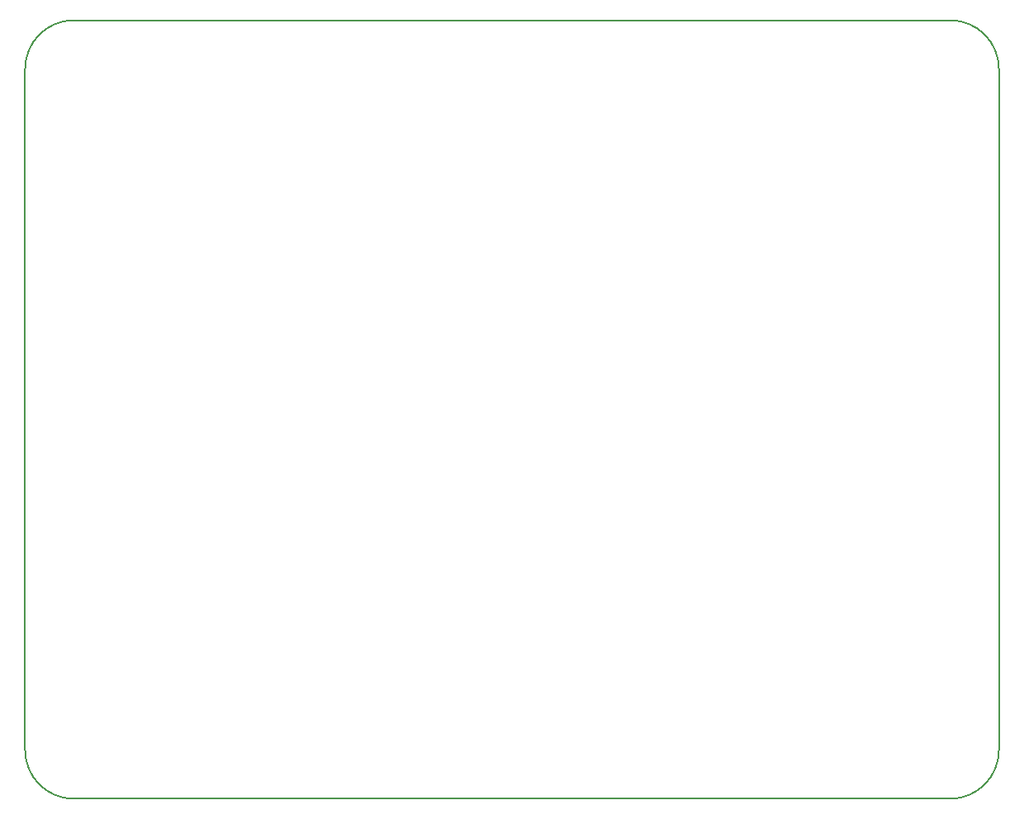
<source format=gbr>
G04 #@! TF.FileFunction,Profile,NP*
%FSLAX46Y46*%
G04 Gerber Fmt 4.6, Leading zero omitted, Abs format (unit mm)*
G04 Created by KiCad (PCBNEW (2015-10-06 BZR 6248, Git 20a3e23)-product) date 2015-10-8 0:39:17*
%MOMM*%
G01*
G04 APERTURE LIST*
%ADD10C,0.100000*%
%ADD11C,0.150000*%
G04 APERTURE END LIST*
D10*
D11*
X0Y5000000D02*
G75*
G03X-5000000Y0I0J-5000000D01*
G01*
X95000000Y0D02*
G75*
G03X90000000Y5000000I-5000000J0D01*
G01*
X90000000Y-75000000D02*
G75*
G03X95000000Y-70000000I0J5000000D01*
G01*
X-5000000Y-70000000D02*
G75*
G03X0Y-75000000I5000000J0D01*
G01*
X-5000000Y-70000000D02*
X-5000000Y0D01*
X90000000Y-75000000D02*
X0Y-75000000D01*
X95000000Y0D02*
X95000000Y-70000000D01*
X0Y5000000D02*
X90000000Y5000000D01*
M02*

</source>
